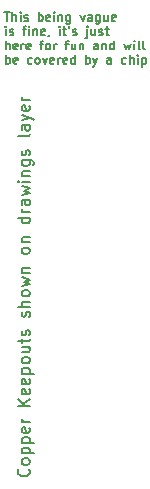
<source format=gbr>
%TF.GenerationSoftware,KiCad,Pcbnew,8.0.2*%
%TF.CreationDate,2024-05-01T01:53:47-07:00*%
%TF.ProjectId,DRIVER,44524956-4552-42e6-9b69-6361645f7063,rev?*%
%TF.SameCoordinates,Original*%
%TF.FileFunction,Other,Comment*%
%FSLAX46Y46*%
G04 Gerber Fmt 4.6, Leading zero omitted, Abs format (unit mm)*
G04 Created by KiCad (PCBNEW 8.0.2) date 2024-05-01 01:53:47*
%MOMM*%
%LPD*%
G01*
G04 APERTURE LIST*
%ADD10C,0.150000*%
G04 APERTURE END LIST*
D10*
X72737912Y-119962640D02*
X73166484Y-119962640D01*
X72952198Y-120712640D02*
X72952198Y-119962640D01*
X73416484Y-120712640D02*
X73416484Y-119962640D01*
X73737913Y-120712640D02*
X73737913Y-120319783D01*
X73737913Y-120319783D02*
X73702198Y-120248354D01*
X73702198Y-120248354D02*
X73630770Y-120212640D01*
X73630770Y-120212640D02*
X73523627Y-120212640D01*
X73523627Y-120212640D02*
X73452198Y-120248354D01*
X73452198Y-120248354D02*
X73416484Y-120284068D01*
X74095055Y-120712640D02*
X74095055Y-120212640D01*
X74095055Y-119962640D02*
X74059341Y-119998354D01*
X74059341Y-119998354D02*
X74095055Y-120034068D01*
X74095055Y-120034068D02*
X74130769Y-119998354D01*
X74130769Y-119998354D02*
X74095055Y-119962640D01*
X74095055Y-119962640D02*
X74095055Y-120034068D01*
X74416484Y-120676926D02*
X74487912Y-120712640D01*
X74487912Y-120712640D02*
X74630769Y-120712640D01*
X74630769Y-120712640D02*
X74702198Y-120676926D01*
X74702198Y-120676926D02*
X74737912Y-120605497D01*
X74737912Y-120605497D02*
X74737912Y-120569783D01*
X74737912Y-120569783D02*
X74702198Y-120498354D01*
X74702198Y-120498354D02*
X74630769Y-120462640D01*
X74630769Y-120462640D02*
X74523627Y-120462640D01*
X74523627Y-120462640D02*
X74452198Y-120426926D01*
X74452198Y-120426926D02*
X74416484Y-120355497D01*
X74416484Y-120355497D02*
X74416484Y-120319783D01*
X74416484Y-120319783D02*
X74452198Y-120248354D01*
X74452198Y-120248354D02*
X74523627Y-120212640D01*
X74523627Y-120212640D02*
X74630769Y-120212640D01*
X74630769Y-120212640D02*
X74702198Y-120248354D01*
X75630770Y-120712640D02*
X75630770Y-119962640D01*
X75630770Y-120248354D02*
X75702199Y-120212640D01*
X75702199Y-120212640D02*
X75845056Y-120212640D01*
X75845056Y-120212640D02*
X75916484Y-120248354D01*
X75916484Y-120248354D02*
X75952199Y-120284068D01*
X75952199Y-120284068D02*
X75987913Y-120355497D01*
X75987913Y-120355497D02*
X75987913Y-120569783D01*
X75987913Y-120569783D02*
X75952199Y-120641211D01*
X75952199Y-120641211D02*
X75916484Y-120676926D01*
X75916484Y-120676926D02*
X75845056Y-120712640D01*
X75845056Y-120712640D02*
X75702199Y-120712640D01*
X75702199Y-120712640D02*
X75630770Y-120676926D01*
X76595055Y-120676926D02*
X76523627Y-120712640D01*
X76523627Y-120712640D02*
X76380770Y-120712640D01*
X76380770Y-120712640D02*
X76309341Y-120676926D01*
X76309341Y-120676926D02*
X76273627Y-120605497D01*
X76273627Y-120605497D02*
X76273627Y-120319783D01*
X76273627Y-120319783D02*
X76309341Y-120248354D01*
X76309341Y-120248354D02*
X76380770Y-120212640D01*
X76380770Y-120212640D02*
X76523627Y-120212640D01*
X76523627Y-120212640D02*
X76595055Y-120248354D01*
X76595055Y-120248354D02*
X76630770Y-120319783D01*
X76630770Y-120319783D02*
X76630770Y-120391211D01*
X76630770Y-120391211D02*
X76273627Y-120462640D01*
X76952198Y-120712640D02*
X76952198Y-120212640D01*
X76952198Y-119962640D02*
X76916484Y-119998354D01*
X76916484Y-119998354D02*
X76952198Y-120034068D01*
X76952198Y-120034068D02*
X76987912Y-119998354D01*
X76987912Y-119998354D02*
X76952198Y-119962640D01*
X76952198Y-119962640D02*
X76952198Y-120034068D01*
X77309341Y-120212640D02*
X77309341Y-120712640D01*
X77309341Y-120284068D02*
X77345055Y-120248354D01*
X77345055Y-120248354D02*
X77416484Y-120212640D01*
X77416484Y-120212640D02*
X77523627Y-120212640D01*
X77523627Y-120212640D02*
X77595055Y-120248354D01*
X77595055Y-120248354D02*
X77630770Y-120319783D01*
X77630770Y-120319783D02*
X77630770Y-120712640D01*
X78309341Y-120212640D02*
X78309341Y-120819783D01*
X78309341Y-120819783D02*
X78273626Y-120891211D01*
X78273626Y-120891211D02*
X78237912Y-120926926D01*
X78237912Y-120926926D02*
X78166483Y-120962640D01*
X78166483Y-120962640D02*
X78059341Y-120962640D01*
X78059341Y-120962640D02*
X77987912Y-120926926D01*
X78309341Y-120676926D02*
X78237912Y-120712640D01*
X78237912Y-120712640D02*
X78095055Y-120712640D01*
X78095055Y-120712640D02*
X78023626Y-120676926D01*
X78023626Y-120676926D02*
X77987912Y-120641211D01*
X77987912Y-120641211D02*
X77952198Y-120569783D01*
X77952198Y-120569783D02*
X77952198Y-120355497D01*
X77952198Y-120355497D02*
X77987912Y-120284068D01*
X77987912Y-120284068D02*
X78023626Y-120248354D01*
X78023626Y-120248354D02*
X78095055Y-120212640D01*
X78095055Y-120212640D02*
X78237912Y-120212640D01*
X78237912Y-120212640D02*
X78309341Y-120248354D01*
X79166483Y-120212640D02*
X79345055Y-120712640D01*
X79345055Y-120712640D02*
X79523626Y-120212640D01*
X80130770Y-120712640D02*
X80130770Y-120319783D01*
X80130770Y-120319783D02*
X80095055Y-120248354D01*
X80095055Y-120248354D02*
X80023627Y-120212640D01*
X80023627Y-120212640D02*
X79880770Y-120212640D01*
X79880770Y-120212640D02*
X79809341Y-120248354D01*
X80130770Y-120676926D02*
X80059341Y-120712640D01*
X80059341Y-120712640D02*
X79880770Y-120712640D01*
X79880770Y-120712640D02*
X79809341Y-120676926D01*
X79809341Y-120676926D02*
X79773627Y-120605497D01*
X79773627Y-120605497D02*
X79773627Y-120534068D01*
X79773627Y-120534068D02*
X79809341Y-120462640D01*
X79809341Y-120462640D02*
X79880770Y-120426926D01*
X79880770Y-120426926D02*
X80059341Y-120426926D01*
X80059341Y-120426926D02*
X80130770Y-120391211D01*
X80809341Y-120212640D02*
X80809341Y-120819783D01*
X80809341Y-120819783D02*
X80773626Y-120891211D01*
X80773626Y-120891211D02*
X80737912Y-120926926D01*
X80737912Y-120926926D02*
X80666483Y-120962640D01*
X80666483Y-120962640D02*
X80559341Y-120962640D01*
X80559341Y-120962640D02*
X80487912Y-120926926D01*
X80809341Y-120676926D02*
X80737912Y-120712640D01*
X80737912Y-120712640D02*
X80595055Y-120712640D01*
X80595055Y-120712640D02*
X80523626Y-120676926D01*
X80523626Y-120676926D02*
X80487912Y-120641211D01*
X80487912Y-120641211D02*
X80452198Y-120569783D01*
X80452198Y-120569783D02*
X80452198Y-120355497D01*
X80452198Y-120355497D02*
X80487912Y-120284068D01*
X80487912Y-120284068D02*
X80523626Y-120248354D01*
X80523626Y-120248354D02*
X80595055Y-120212640D01*
X80595055Y-120212640D02*
X80737912Y-120212640D01*
X80737912Y-120212640D02*
X80809341Y-120248354D01*
X81487912Y-120212640D02*
X81487912Y-120712640D01*
X81166483Y-120212640D02*
X81166483Y-120605497D01*
X81166483Y-120605497D02*
X81202197Y-120676926D01*
X81202197Y-120676926D02*
X81273626Y-120712640D01*
X81273626Y-120712640D02*
X81380769Y-120712640D01*
X81380769Y-120712640D02*
X81452197Y-120676926D01*
X81452197Y-120676926D02*
X81487912Y-120641211D01*
X82130768Y-120676926D02*
X82059340Y-120712640D01*
X82059340Y-120712640D02*
X81916483Y-120712640D01*
X81916483Y-120712640D02*
X81845054Y-120676926D01*
X81845054Y-120676926D02*
X81809340Y-120605497D01*
X81809340Y-120605497D02*
X81809340Y-120319783D01*
X81809340Y-120319783D02*
X81845054Y-120248354D01*
X81845054Y-120248354D02*
X81916483Y-120212640D01*
X81916483Y-120212640D02*
X82059340Y-120212640D01*
X82059340Y-120212640D02*
X82130768Y-120248354D01*
X82130768Y-120248354D02*
X82166483Y-120319783D01*
X82166483Y-120319783D02*
X82166483Y-120391211D01*
X82166483Y-120391211D02*
X81809340Y-120462640D01*
X72845055Y-121920098D02*
X72845055Y-121420098D01*
X72845055Y-121170098D02*
X72809341Y-121205812D01*
X72809341Y-121205812D02*
X72845055Y-121241526D01*
X72845055Y-121241526D02*
X72880769Y-121205812D01*
X72880769Y-121205812D02*
X72845055Y-121170098D01*
X72845055Y-121170098D02*
X72845055Y-121241526D01*
X73166484Y-121884384D02*
X73237912Y-121920098D01*
X73237912Y-121920098D02*
X73380769Y-121920098D01*
X73380769Y-121920098D02*
X73452198Y-121884384D01*
X73452198Y-121884384D02*
X73487912Y-121812955D01*
X73487912Y-121812955D02*
X73487912Y-121777241D01*
X73487912Y-121777241D02*
X73452198Y-121705812D01*
X73452198Y-121705812D02*
X73380769Y-121670098D01*
X73380769Y-121670098D02*
X73273627Y-121670098D01*
X73273627Y-121670098D02*
X73202198Y-121634384D01*
X73202198Y-121634384D02*
X73166484Y-121562955D01*
X73166484Y-121562955D02*
X73166484Y-121527241D01*
X73166484Y-121527241D02*
X73202198Y-121455812D01*
X73202198Y-121455812D02*
X73273627Y-121420098D01*
X73273627Y-121420098D02*
X73380769Y-121420098D01*
X73380769Y-121420098D02*
X73452198Y-121455812D01*
X74273627Y-121420098D02*
X74559341Y-121420098D01*
X74380770Y-121920098D02*
X74380770Y-121277241D01*
X74380770Y-121277241D02*
X74416484Y-121205812D01*
X74416484Y-121205812D02*
X74487913Y-121170098D01*
X74487913Y-121170098D02*
X74559341Y-121170098D01*
X74809341Y-121920098D02*
X74809341Y-121420098D01*
X74809341Y-121170098D02*
X74773627Y-121205812D01*
X74773627Y-121205812D02*
X74809341Y-121241526D01*
X74809341Y-121241526D02*
X74845055Y-121205812D01*
X74845055Y-121205812D02*
X74809341Y-121170098D01*
X74809341Y-121170098D02*
X74809341Y-121241526D01*
X75166484Y-121420098D02*
X75166484Y-121920098D01*
X75166484Y-121491526D02*
X75202198Y-121455812D01*
X75202198Y-121455812D02*
X75273627Y-121420098D01*
X75273627Y-121420098D02*
X75380770Y-121420098D01*
X75380770Y-121420098D02*
X75452198Y-121455812D01*
X75452198Y-121455812D02*
X75487913Y-121527241D01*
X75487913Y-121527241D02*
X75487913Y-121920098D01*
X76130769Y-121884384D02*
X76059341Y-121920098D01*
X76059341Y-121920098D02*
X75916484Y-121920098D01*
X75916484Y-121920098D02*
X75845055Y-121884384D01*
X75845055Y-121884384D02*
X75809341Y-121812955D01*
X75809341Y-121812955D02*
X75809341Y-121527241D01*
X75809341Y-121527241D02*
X75845055Y-121455812D01*
X75845055Y-121455812D02*
X75916484Y-121420098D01*
X75916484Y-121420098D02*
X76059341Y-121420098D01*
X76059341Y-121420098D02*
X76130769Y-121455812D01*
X76130769Y-121455812D02*
X76166484Y-121527241D01*
X76166484Y-121527241D02*
X76166484Y-121598669D01*
X76166484Y-121598669D02*
X75809341Y-121670098D01*
X76523626Y-121884384D02*
X76523626Y-121920098D01*
X76523626Y-121920098D02*
X76487912Y-121991526D01*
X76487912Y-121991526D02*
X76452198Y-122027241D01*
X77416484Y-121920098D02*
X77416484Y-121420098D01*
X77416484Y-121170098D02*
X77380770Y-121205812D01*
X77380770Y-121205812D02*
X77416484Y-121241526D01*
X77416484Y-121241526D02*
X77452198Y-121205812D01*
X77452198Y-121205812D02*
X77416484Y-121170098D01*
X77416484Y-121170098D02*
X77416484Y-121241526D01*
X77666484Y-121420098D02*
X77952198Y-121420098D01*
X77773627Y-121170098D02*
X77773627Y-121812955D01*
X77773627Y-121812955D02*
X77809341Y-121884384D01*
X77809341Y-121884384D02*
X77880770Y-121920098D01*
X77880770Y-121920098D02*
X77952198Y-121920098D01*
X78237912Y-121170098D02*
X78166484Y-121312955D01*
X78523627Y-121884384D02*
X78595055Y-121920098D01*
X78595055Y-121920098D02*
X78737912Y-121920098D01*
X78737912Y-121920098D02*
X78809341Y-121884384D01*
X78809341Y-121884384D02*
X78845055Y-121812955D01*
X78845055Y-121812955D02*
X78845055Y-121777241D01*
X78845055Y-121777241D02*
X78809341Y-121705812D01*
X78809341Y-121705812D02*
X78737912Y-121670098D01*
X78737912Y-121670098D02*
X78630770Y-121670098D01*
X78630770Y-121670098D02*
X78559341Y-121634384D01*
X78559341Y-121634384D02*
X78523627Y-121562955D01*
X78523627Y-121562955D02*
X78523627Y-121527241D01*
X78523627Y-121527241D02*
X78559341Y-121455812D01*
X78559341Y-121455812D02*
X78630770Y-121420098D01*
X78630770Y-121420098D02*
X78737912Y-121420098D01*
X78737912Y-121420098D02*
X78809341Y-121455812D01*
X79737913Y-121420098D02*
X79737913Y-122062955D01*
X79737913Y-122062955D02*
X79702199Y-122134384D01*
X79702199Y-122134384D02*
X79630770Y-122170098D01*
X79630770Y-122170098D02*
X79595056Y-122170098D01*
X79737913Y-121170098D02*
X79702199Y-121205812D01*
X79702199Y-121205812D02*
X79737913Y-121241526D01*
X79737913Y-121241526D02*
X79773627Y-121205812D01*
X79773627Y-121205812D02*
X79737913Y-121170098D01*
X79737913Y-121170098D02*
X79737913Y-121241526D01*
X80416485Y-121420098D02*
X80416485Y-121920098D01*
X80095056Y-121420098D02*
X80095056Y-121812955D01*
X80095056Y-121812955D02*
X80130770Y-121884384D01*
X80130770Y-121884384D02*
X80202199Y-121920098D01*
X80202199Y-121920098D02*
X80309342Y-121920098D01*
X80309342Y-121920098D02*
X80380770Y-121884384D01*
X80380770Y-121884384D02*
X80416485Y-121848669D01*
X80737913Y-121884384D02*
X80809341Y-121920098D01*
X80809341Y-121920098D02*
X80952198Y-121920098D01*
X80952198Y-121920098D02*
X81023627Y-121884384D01*
X81023627Y-121884384D02*
X81059341Y-121812955D01*
X81059341Y-121812955D02*
X81059341Y-121777241D01*
X81059341Y-121777241D02*
X81023627Y-121705812D01*
X81023627Y-121705812D02*
X80952198Y-121670098D01*
X80952198Y-121670098D02*
X80845056Y-121670098D01*
X80845056Y-121670098D02*
X80773627Y-121634384D01*
X80773627Y-121634384D02*
X80737913Y-121562955D01*
X80737913Y-121562955D02*
X80737913Y-121527241D01*
X80737913Y-121527241D02*
X80773627Y-121455812D01*
X80773627Y-121455812D02*
X80845056Y-121420098D01*
X80845056Y-121420098D02*
X80952198Y-121420098D01*
X80952198Y-121420098D02*
X81023627Y-121455812D01*
X81273627Y-121420098D02*
X81559341Y-121420098D01*
X81380770Y-121170098D02*
X81380770Y-121812955D01*
X81380770Y-121812955D02*
X81416484Y-121884384D01*
X81416484Y-121884384D02*
X81487913Y-121920098D01*
X81487913Y-121920098D02*
X81559341Y-121920098D01*
X72845055Y-123127556D02*
X72845055Y-122377556D01*
X73166484Y-123127556D02*
X73166484Y-122734699D01*
X73166484Y-122734699D02*
X73130769Y-122663270D01*
X73130769Y-122663270D02*
X73059341Y-122627556D01*
X73059341Y-122627556D02*
X72952198Y-122627556D01*
X72952198Y-122627556D02*
X72880769Y-122663270D01*
X72880769Y-122663270D02*
X72845055Y-122698984D01*
X73809340Y-123091842D02*
X73737912Y-123127556D01*
X73737912Y-123127556D02*
X73595055Y-123127556D01*
X73595055Y-123127556D02*
X73523626Y-123091842D01*
X73523626Y-123091842D02*
X73487912Y-123020413D01*
X73487912Y-123020413D02*
X73487912Y-122734699D01*
X73487912Y-122734699D02*
X73523626Y-122663270D01*
X73523626Y-122663270D02*
X73595055Y-122627556D01*
X73595055Y-122627556D02*
X73737912Y-122627556D01*
X73737912Y-122627556D02*
X73809340Y-122663270D01*
X73809340Y-122663270D02*
X73845055Y-122734699D01*
X73845055Y-122734699D02*
X73845055Y-122806127D01*
X73845055Y-122806127D02*
X73487912Y-122877556D01*
X74166483Y-123127556D02*
X74166483Y-122627556D01*
X74166483Y-122770413D02*
X74202197Y-122698984D01*
X74202197Y-122698984D02*
X74237912Y-122663270D01*
X74237912Y-122663270D02*
X74309340Y-122627556D01*
X74309340Y-122627556D02*
X74380769Y-122627556D01*
X74916483Y-123091842D02*
X74845055Y-123127556D01*
X74845055Y-123127556D02*
X74702198Y-123127556D01*
X74702198Y-123127556D02*
X74630769Y-123091842D01*
X74630769Y-123091842D02*
X74595055Y-123020413D01*
X74595055Y-123020413D02*
X74595055Y-122734699D01*
X74595055Y-122734699D02*
X74630769Y-122663270D01*
X74630769Y-122663270D02*
X74702198Y-122627556D01*
X74702198Y-122627556D02*
X74845055Y-122627556D01*
X74845055Y-122627556D02*
X74916483Y-122663270D01*
X74916483Y-122663270D02*
X74952198Y-122734699D01*
X74952198Y-122734699D02*
X74952198Y-122806127D01*
X74952198Y-122806127D02*
X74595055Y-122877556D01*
X75737912Y-122627556D02*
X76023626Y-122627556D01*
X75845055Y-123127556D02*
X75845055Y-122484699D01*
X75845055Y-122484699D02*
X75880769Y-122413270D01*
X75880769Y-122413270D02*
X75952198Y-122377556D01*
X75952198Y-122377556D02*
X76023626Y-122377556D01*
X76380769Y-123127556D02*
X76309340Y-123091842D01*
X76309340Y-123091842D02*
X76273626Y-123056127D01*
X76273626Y-123056127D02*
X76237912Y-122984699D01*
X76237912Y-122984699D02*
X76237912Y-122770413D01*
X76237912Y-122770413D02*
X76273626Y-122698984D01*
X76273626Y-122698984D02*
X76309340Y-122663270D01*
X76309340Y-122663270D02*
X76380769Y-122627556D01*
X76380769Y-122627556D02*
X76487912Y-122627556D01*
X76487912Y-122627556D02*
X76559340Y-122663270D01*
X76559340Y-122663270D02*
X76595055Y-122698984D01*
X76595055Y-122698984D02*
X76630769Y-122770413D01*
X76630769Y-122770413D02*
X76630769Y-122984699D01*
X76630769Y-122984699D02*
X76595055Y-123056127D01*
X76595055Y-123056127D02*
X76559340Y-123091842D01*
X76559340Y-123091842D02*
X76487912Y-123127556D01*
X76487912Y-123127556D02*
X76380769Y-123127556D01*
X76952197Y-123127556D02*
X76952197Y-122627556D01*
X76952197Y-122770413D02*
X76987911Y-122698984D01*
X76987911Y-122698984D02*
X77023626Y-122663270D01*
X77023626Y-122663270D02*
X77095054Y-122627556D01*
X77095054Y-122627556D02*
X77166483Y-122627556D01*
X77880769Y-122627556D02*
X78166483Y-122627556D01*
X77987912Y-123127556D02*
X77987912Y-122484699D01*
X77987912Y-122484699D02*
X78023626Y-122413270D01*
X78023626Y-122413270D02*
X78095055Y-122377556D01*
X78095055Y-122377556D02*
X78166483Y-122377556D01*
X78737912Y-122627556D02*
X78737912Y-123127556D01*
X78416483Y-122627556D02*
X78416483Y-123020413D01*
X78416483Y-123020413D02*
X78452197Y-123091842D01*
X78452197Y-123091842D02*
X78523626Y-123127556D01*
X78523626Y-123127556D02*
X78630769Y-123127556D01*
X78630769Y-123127556D02*
X78702197Y-123091842D01*
X78702197Y-123091842D02*
X78737912Y-123056127D01*
X79095054Y-122627556D02*
X79095054Y-123127556D01*
X79095054Y-122698984D02*
X79130768Y-122663270D01*
X79130768Y-122663270D02*
X79202197Y-122627556D01*
X79202197Y-122627556D02*
X79309340Y-122627556D01*
X79309340Y-122627556D02*
X79380768Y-122663270D01*
X79380768Y-122663270D02*
X79416483Y-122734699D01*
X79416483Y-122734699D02*
X79416483Y-123127556D01*
X80666483Y-123127556D02*
X80666483Y-122734699D01*
X80666483Y-122734699D02*
X80630768Y-122663270D01*
X80630768Y-122663270D02*
X80559340Y-122627556D01*
X80559340Y-122627556D02*
X80416483Y-122627556D01*
X80416483Y-122627556D02*
X80345054Y-122663270D01*
X80666483Y-123091842D02*
X80595054Y-123127556D01*
X80595054Y-123127556D02*
X80416483Y-123127556D01*
X80416483Y-123127556D02*
X80345054Y-123091842D01*
X80345054Y-123091842D02*
X80309340Y-123020413D01*
X80309340Y-123020413D02*
X80309340Y-122948984D01*
X80309340Y-122948984D02*
X80345054Y-122877556D01*
X80345054Y-122877556D02*
X80416483Y-122841842D01*
X80416483Y-122841842D02*
X80595054Y-122841842D01*
X80595054Y-122841842D02*
X80666483Y-122806127D01*
X81023625Y-122627556D02*
X81023625Y-123127556D01*
X81023625Y-122698984D02*
X81059339Y-122663270D01*
X81059339Y-122663270D02*
X81130768Y-122627556D01*
X81130768Y-122627556D02*
X81237911Y-122627556D01*
X81237911Y-122627556D02*
X81309339Y-122663270D01*
X81309339Y-122663270D02*
X81345054Y-122734699D01*
X81345054Y-122734699D02*
X81345054Y-123127556D01*
X82023625Y-123127556D02*
X82023625Y-122377556D01*
X82023625Y-123091842D02*
X81952196Y-123127556D01*
X81952196Y-123127556D02*
X81809339Y-123127556D01*
X81809339Y-123127556D02*
X81737910Y-123091842D01*
X81737910Y-123091842D02*
X81702196Y-123056127D01*
X81702196Y-123056127D02*
X81666482Y-122984699D01*
X81666482Y-122984699D02*
X81666482Y-122770413D01*
X81666482Y-122770413D02*
X81702196Y-122698984D01*
X81702196Y-122698984D02*
X81737910Y-122663270D01*
X81737910Y-122663270D02*
X81809339Y-122627556D01*
X81809339Y-122627556D02*
X81952196Y-122627556D01*
X81952196Y-122627556D02*
X82023625Y-122663270D01*
X82880767Y-122627556D02*
X83023625Y-123127556D01*
X83023625Y-123127556D02*
X83166482Y-122770413D01*
X83166482Y-122770413D02*
X83309339Y-123127556D01*
X83309339Y-123127556D02*
X83452196Y-122627556D01*
X83737910Y-123127556D02*
X83737910Y-122627556D01*
X83737910Y-122377556D02*
X83702196Y-122413270D01*
X83702196Y-122413270D02*
X83737910Y-122448984D01*
X83737910Y-122448984D02*
X83773624Y-122413270D01*
X83773624Y-122413270D02*
X83737910Y-122377556D01*
X83737910Y-122377556D02*
X83737910Y-122448984D01*
X84202196Y-123127556D02*
X84130767Y-123091842D01*
X84130767Y-123091842D02*
X84095053Y-123020413D01*
X84095053Y-123020413D02*
X84095053Y-122377556D01*
X84595053Y-123127556D02*
X84523624Y-123091842D01*
X84523624Y-123091842D02*
X84487910Y-123020413D01*
X84487910Y-123020413D02*
X84487910Y-122377556D01*
X72845055Y-124335014D02*
X72845055Y-123585014D01*
X72845055Y-123870728D02*
X72916484Y-123835014D01*
X72916484Y-123835014D02*
X73059341Y-123835014D01*
X73059341Y-123835014D02*
X73130769Y-123870728D01*
X73130769Y-123870728D02*
X73166484Y-123906442D01*
X73166484Y-123906442D02*
X73202198Y-123977871D01*
X73202198Y-123977871D02*
X73202198Y-124192157D01*
X73202198Y-124192157D02*
X73166484Y-124263585D01*
X73166484Y-124263585D02*
X73130769Y-124299300D01*
X73130769Y-124299300D02*
X73059341Y-124335014D01*
X73059341Y-124335014D02*
X72916484Y-124335014D01*
X72916484Y-124335014D02*
X72845055Y-124299300D01*
X73809340Y-124299300D02*
X73737912Y-124335014D01*
X73737912Y-124335014D02*
X73595055Y-124335014D01*
X73595055Y-124335014D02*
X73523626Y-124299300D01*
X73523626Y-124299300D02*
X73487912Y-124227871D01*
X73487912Y-124227871D02*
X73487912Y-123942157D01*
X73487912Y-123942157D02*
X73523626Y-123870728D01*
X73523626Y-123870728D02*
X73595055Y-123835014D01*
X73595055Y-123835014D02*
X73737912Y-123835014D01*
X73737912Y-123835014D02*
X73809340Y-123870728D01*
X73809340Y-123870728D02*
X73845055Y-123942157D01*
X73845055Y-123942157D02*
X73845055Y-124013585D01*
X73845055Y-124013585D02*
X73487912Y-124085014D01*
X75059341Y-124299300D02*
X74987912Y-124335014D01*
X74987912Y-124335014D02*
X74845055Y-124335014D01*
X74845055Y-124335014D02*
X74773626Y-124299300D01*
X74773626Y-124299300D02*
X74737912Y-124263585D01*
X74737912Y-124263585D02*
X74702198Y-124192157D01*
X74702198Y-124192157D02*
X74702198Y-123977871D01*
X74702198Y-123977871D02*
X74737912Y-123906442D01*
X74737912Y-123906442D02*
X74773626Y-123870728D01*
X74773626Y-123870728D02*
X74845055Y-123835014D01*
X74845055Y-123835014D02*
X74987912Y-123835014D01*
X74987912Y-123835014D02*
X75059341Y-123870728D01*
X75487912Y-124335014D02*
X75416483Y-124299300D01*
X75416483Y-124299300D02*
X75380769Y-124263585D01*
X75380769Y-124263585D02*
X75345055Y-124192157D01*
X75345055Y-124192157D02*
X75345055Y-123977871D01*
X75345055Y-123977871D02*
X75380769Y-123906442D01*
X75380769Y-123906442D02*
X75416483Y-123870728D01*
X75416483Y-123870728D02*
X75487912Y-123835014D01*
X75487912Y-123835014D02*
X75595055Y-123835014D01*
X75595055Y-123835014D02*
X75666483Y-123870728D01*
X75666483Y-123870728D02*
X75702198Y-123906442D01*
X75702198Y-123906442D02*
X75737912Y-123977871D01*
X75737912Y-123977871D02*
X75737912Y-124192157D01*
X75737912Y-124192157D02*
X75702198Y-124263585D01*
X75702198Y-124263585D02*
X75666483Y-124299300D01*
X75666483Y-124299300D02*
X75595055Y-124335014D01*
X75595055Y-124335014D02*
X75487912Y-124335014D01*
X75987911Y-123835014D02*
X76166483Y-124335014D01*
X76166483Y-124335014D02*
X76345054Y-123835014D01*
X76916483Y-124299300D02*
X76845055Y-124335014D01*
X76845055Y-124335014D02*
X76702198Y-124335014D01*
X76702198Y-124335014D02*
X76630769Y-124299300D01*
X76630769Y-124299300D02*
X76595055Y-124227871D01*
X76595055Y-124227871D02*
X76595055Y-123942157D01*
X76595055Y-123942157D02*
X76630769Y-123870728D01*
X76630769Y-123870728D02*
X76702198Y-123835014D01*
X76702198Y-123835014D02*
X76845055Y-123835014D01*
X76845055Y-123835014D02*
X76916483Y-123870728D01*
X76916483Y-123870728D02*
X76952198Y-123942157D01*
X76952198Y-123942157D02*
X76952198Y-124013585D01*
X76952198Y-124013585D02*
X76595055Y-124085014D01*
X77273626Y-124335014D02*
X77273626Y-123835014D01*
X77273626Y-123977871D02*
X77309340Y-123906442D01*
X77309340Y-123906442D02*
X77345055Y-123870728D01*
X77345055Y-123870728D02*
X77416483Y-123835014D01*
X77416483Y-123835014D02*
X77487912Y-123835014D01*
X78023626Y-124299300D02*
X77952198Y-124335014D01*
X77952198Y-124335014D02*
X77809341Y-124335014D01*
X77809341Y-124335014D02*
X77737912Y-124299300D01*
X77737912Y-124299300D02*
X77702198Y-124227871D01*
X77702198Y-124227871D02*
X77702198Y-123942157D01*
X77702198Y-123942157D02*
X77737912Y-123870728D01*
X77737912Y-123870728D02*
X77809341Y-123835014D01*
X77809341Y-123835014D02*
X77952198Y-123835014D01*
X77952198Y-123835014D02*
X78023626Y-123870728D01*
X78023626Y-123870728D02*
X78059341Y-123942157D01*
X78059341Y-123942157D02*
X78059341Y-124013585D01*
X78059341Y-124013585D02*
X77702198Y-124085014D01*
X78702198Y-124335014D02*
X78702198Y-123585014D01*
X78702198Y-124299300D02*
X78630769Y-124335014D01*
X78630769Y-124335014D02*
X78487912Y-124335014D01*
X78487912Y-124335014D02*
X78416483Y-124299300D01*
X78416483Y-124299300D02*
X78380769Y-124263585D01*
X78380769Y-124263585D02*
X78345055Y-124192157D01*
X78345055Y-124192157D02*
X78345055Y-123977871D01*
X78345055Y-123977871D02*
X78380769Y-123906442D01*
X78380769Y-123906442D02*
X78416483Y-123870728D01*
X78416483Y-123870728D02*
X78487912Y-123835014D01*
X78487912Y-123835014D02*
X78630769Y-123835014D01*
X78630769Y-123835014D02*
X78702198Y-123870728D01*
X79630769Y-124335014D02*
X79630769Y-123585014D01*
X79630769Y-123870728D02*
X79702198Y-123835014D01*
X79702198Y-123835014D02*
X79845055Y-123835014D01*
X79845055Y-123835014D02*
X79916483Y-123870728D01*
X79916483Y-123870728D02*
X79952198Y-123906442D01*
X79952198Y-123906442D02*
X79987912Y-123977871D01*
X79987912Y-123977871D02*
X79987912Y-124192157D01*
X79987912Y-124192157D02*
X79952198Y-124263585D01*
X79952198Y-124263585D02*
X79916483Y-124299300D01*
X79916483Y-124299300D02*
X79845055Y-124335014D01*
X79845055Y-124335014D02*
X79702198Y-124335014D01*
X79702198Y-124335014D02*
X79630769Y-124299300D01*
X80237911Y-123835014D02*
X80416483Y-124335014D01*
X80595054Y-123835014D02*
X80416483Y-124335014D01*
X80416483Y-124335014D02*
X80345054Y-124513585D01*
X80345054Y-124513585D02*
X80309340Y-124549300D01*
X80309340Y-124549300D02*
X80237911Y-124585014D01*
X81773627Y-124335014D02*
X81773627Y-123942157D01*
X81773627Y-123942157D02*
X81737912Y-123870728D01*
X81737912Y-123870728D02*
X81666484Y-123835014D01*
X81666484Y-123835014D02*
X81523627Y-123835014D01*
X81523627Y-123835014D02*
X81452198Y-123870728D01*
X81773627Y-124299300D02*
X81702198Y-124335014D01*
X81702198Y-124335014D02*
X81523627Y-124335014D01*
X81523627Y-124335014D02*
X81452198Y-124299300D01*
X81452198Y-124299300D02*
X81416484Y-124227871D01*
X81416484Y-124227871D02*
X81416484Y-124156442D01*
X81416484Y-124156442D02*
X81452198Y-124085014D01*
X81452198Y-124085014D02*
X81523627Y-124049300D01*
X81523627Y-124049300D02*
X81702198Y-124049300D01*
X81702198Y-124049300D02*
X81773627Y-124013585D01*
X83023627Y-124299300D02*
X82952198Y-124335014D01*
X82952198Y-124335014D02*
X82809341Y-124335014D01*
X82809341Y-124335014D02*
X82737912Y-124299300D01*
X82737912Y-124299300D02*
X82702198Y-124263585D01*
X82702198Y-124263585D02*
X82666484Y-124192157D01*
X82666484Y-124192157D02*
X82666484Y-123977871D01*
X82666484Y-123977871D02*
X82702198Y-123906442D01*
X82702198Y-123906442D02*
X82737912Y-123870728D01*
X82737912Y-123870728D02*
X82809341Y-123835014D01*
X82809341Y-123835014D02*
X82952198Y-123835014D01*
X82952198Y-123835014D02*
X83023627Y-123870728D01*
X83345055Y-124335014D02*
X83345055Y-123585014D01*
X83666484Y-124335014D02*
X83666484Y-123942157D01*
X83666484Y-123942157D02*
X83630769Y-123870728D01*
X83630769Y-123870728D02*
X83559341Y-123835014D01*
X83559341Y-123835014D02*
X83452198Y-123835014D01*
X83452198Y-123835014D02*
X83380769Y-123870728D01*
X83380769Y-123870728D02*
X83345055Y-123906442D01*
X84023626Y-124335014D02*
X84023626Y-123835014D01*
X84023626Y-123585014D02*
X83987912Y-123620728D01*
X83987912Y-123620728D02*
X84023626Y-123656442D01*
X84023626Y-123656442D02*
X84059340Y-123620728D01*
X84059340Y-123620728D02*
X84023626Y-123585014D01*
X84023626Y-123585014D02*
X84023626Y-123656442D01*
X84380769Y-123835014D02*
X84380769Y-124585014D01*
X84380769Y-123870728D02*
X84452198Y-123835014D01*
X84452198Y-123835014D02*
X84595055Y-123835014D01*
X84595055Y-123835014D02*
X84666483Y-123870728D01*
X84666483Y-123870728D02*
X84702198Y-123906442D01*
X84702198Y-123906442D02*
X84737912Y-123977871D01*
X84737912Y-123977871D02*
X84737912Y-124192157D01*
X84737912Y-124192157D02*
X84702198Y-124263585D01*
X84702198Y-124263585D02*
X84666483Y-124299300D01*
X84666483Y-124299300D02*
X84595055Y-124335014D01*
X84595055Y-124335014D02*
X84452198Y-124335014D01*
X84452198Y-124335014D02*
X84380769Y-124299300D01*
X74781580Y-158660764D02*
X74829200Y-158708383D01*
X74829200Y-158708383D02*
X74876819Y-158851240D01*
X74876819Y-158851240D02*
X74876819Y-158946478D01*
X74876819Y-158946478D02*
X74829200Y-159089335D01*
X74829200Y-159089335D02*
X74733961Y-159184573D01*
X74733961Y-159184573D02*
X74638723Y-159232192D01*
X74638723Y-159232192D02*
X74448247Y-159279811D01*
X74448247Y-159279811D02*
X74305390Y-159279811D01*
X74305390Y-159279811D02*
X74114914Y-159232192D01*
X74114914Y-159232192D02*
X74019676Y-159184573D01*
X74019676Y-159184573D02*
X73924438Y-159089335D01*
X73924438Y-159089335D02*
X73876819Y-158946478D01*
X73876819Y-158946478D02*
X73876819Y-158851240D01*
X73876819Y-158851240D02*
X73924438Y-158708383D01*
X73924438Y-158708383D02*
X73972057Y-158660764D01*
X74876819Y-158089335D02*
X74829200Y-158184573D01*
X74829200Y-158184573D02*
X74781580Y-158232192D01*
X74781580Y-158232192D02*
X74686342Y-158279811D01*
X74686342Y-158279811D02*
X74400628Y-158279811D01*
X74400628Y-158279811D02*
X74305390Y-158232192D01*
X74305390Y-158232192D02*
X74257771Y-158184573D01*
X74257771Y-158184573D02*
X74210152Y-158089335D01*
X74210152Y-158089335D02*
X74210152Y-157946478D01*
X74210152Y-157946478D02*
X74257771Y-157851240D01*
X74257771Y-157851240D02*
X74305390Y-157803621D01*
X74305390Y-157803621D02*
X74400628Y-157756002D01*
X74400628Y-157756002D02*
X74686342Y-157756002D01*
X74686342Y-157756002D02*
X74781580Y-157803621D01*
X74781580Y-157803621D02*
X74829200Y-157851240D01*
X74829200Y-157851240D02*
X74876819Y-157946478D01*
X74876819Y-157946478D02*
X74876819Y-158089335D01*
X74210152Y-157327430D02*
X75210152Y-157327430D01*
X74257771Y-157327430D02*
X74210152Y-157232192D01*
X74210152Y-157232192D02*
X74210152Y-157041716D01*
X74210152Y-157041716D02*
X74257771Y-156946478D01*
X74257771Y-156946478D02*
X74305390Y-156898859D01*
X74305390Y-156898859D02*
X74400628Y-156851240D01*
X74400628Y-156851240D02*
X74686342Y-156851240D01*
X74686342Y-156851240D02*
X74781580Y-156898859D01*
X74781580Y-156898859D02*
X74829200Y-156946478D01*
X74829200Y-156946478D02*
X74876819Y-157041716D01*
X74876819Y-157041716D02*
X74876819Y-157232192D01*
X74876819Y-157232192D02*
X74829200Y-157327430D01*
X74210152Y-156422668D02*
X75210152Y-156422668D01*
X74257771Y-156422668D02*
X74210152Y-156327430D01*
X74210152Y-156327430D02*
X74210152Y-156136954D01*
X74210152Y-156136954D02*
X74257771Y-156041716D01*
X74257771Y-156041716D02*
X74305390Y-155994097D01*
X74305390Y-155994097D02*
X74400628Y-155946478D01*
X74400628Y-155946478D02*
X74686342Y-155946478D01*
X74686342Y-155946478D02*
X74781580Y-155994097D01*
X74781580Y-155994097D02*
X74829200Y-156041716D01*
X74829200Y-156041716D02*
X74876819Y-156136954D01*
X74876819Y-156136954D02*
X74876819Y-156327430D01*
X74876819Y-156327430D02*
X74829200Y-156422668D01*
X74829200Y-155136954D02*
X74876819Y-155232192D01*
X74876819Y-155232192D02*
X74876819Y-155422668D01*
X74876819Y-155422668D02*
X74829200Y-155517906D01*
X74829200Y-155517906D02*
X74733961Y-155565525D01*
X74733961Y-155565525D02*
X74353009Y-155565525D01*
X74353009Y-155565525D02*
X74257771Y-155517906D01*
X74257771Y-155517906D02*
X74210152Y-155422668D01*
X74210152Y-155422668D02*
X74210152Y-155232192D01*
X74210152Y-155232192D02*
X74257771Y-155136954D01*
X74257771Y-155136954D02*
X74353009Y-155089335D01*
X74353009Y-155089335D02*
X74448247Y-155089335D01*
X74448247Y-155089335D02*
X74543485Y-155565525D01*
X74876819Y-154660763D02*
X74210152Y-154660763D01*
X74400628Y-154660763D02*
X74305390Y-154613144D01*
X74305390Y-154613144D02*
X74257771Y-154565525D01*
X74257771Y-154565525D02*
X74210152Y-154470287D01*
X74210152Y-154470287D02*
X74210152Y-154375049D01*
X74876819Y-153279810D02*
X73876819Y-153279810D01*
X74876819Y-152708382D02*
X74305390Y-153136953D01*
X73876819Y-152708382D02*
X74448247Y-153279810D01*
X74829200Y-151898858D02*
X74876819Y-151994096D01*
X74876819Y-151994096D02*
X74876819Y-152184572D01*
X74876819Y-152184572D02*
X74829200Y-152279810D01*
X74829200Y-152279810D02*
X74733961Y-152327429D01*
X74733961Y-152327429D02*
X74353009Y-152327429D01*
X74353009Y-152327429D02*
X74257771Y-152279810D01*
X74257771Y-152279810D02*
X74210152Y-152184572D01*
X74210152Y-152184572D02*
X74210152Y-151994096D01*
X74210152Y-151994096D02*
X74257771Y-151898858D01*
X74257771Y-151898858D02*
X74353009Y-151851239D01*
X74353009Y-151851239D02*
X74448247Y-151851239D01*
X74448247Y-151851239D02*
X74543485Y-152327429D01*
X74829200Y-151041715D02*
X74876819Y-151136953D01*
X74876819Y-151136953D02*
X74876819Y-151327429D01*
X74876819Y-151327429D02*
X74829200Y-151422667D01*
X74829200Y-151422667D02*
X74733961Y-151470286D01*
X74733961Y-151470286D02*
X74353009Y-151470286D01*
X74353009Y-151470286D02*
X74257771Y-151422667D01*
X74257771Y-151422667D02*
X74210152Y-151327429D01*
X74210152Y-151327429D02*
X74210152Y-151136953D01*
X74210152Y-151136953D02*
X74257771Y-151041715D01*
X74257771Y-151041715D02*
X74353009Y-150994096D01*
X74353009Y-150994096D02*
X74448247Y-150994096D01*
X74448247Y-150994096D02*
X74543485Y-151470286D01*
X74210152Y-150565524D02*
X75210152Y-150565524D01*
X74257771Y-150565524D02*
X74210152Y-150470286D01*
X74210152Y-150470286D02*
X74210152Y-150279810D01*
X74210152Y-150279810D02*
X74257771Y-150184572D01*
X74257771Y-150184572D02*
X74305390Y-150136953D01*
X74305390Y-150136953D02*
X74400628Y-150089334D01*
X74400628Y-150089334D02*
X74686342Y-150089334D01*
X74686342Y-150089334D02*
X74781580Y-150136953D01*
X74781580Y-150136953D02*
X74829200Y-150184572D01*
X74829200Y-150184572D02*
X74876819Y-150279810D01*
X74876819Y-150279810D02*
X74876819Y-150470286D01*
X74876819Y-150470286D02*
X74829200Y-150565524D01*
X74876819Y-149517905D02*
X74829200Y-149613143D01*
X74829200Y-149613143D02*
X74781580Y-149660762D01*
X74781580Y-149660762D02*
X74686342Y-149708381D01*
X74686342Y-149708381D02*
X74400628Y-149708381D01*
X74400628Y-149708381D02*
X74305390Y-149660762D01*
X74305390Y-149660762D02*
X74257771Y-149613143D01*
X74257771Y-149613143D02*
X74210152Y-149517905D01*
X74210152Y-149517905D02*
X74210152Y-149375048D01*
X74210152Y-149375048D02*
X74257771Y-149279810D01*
X74257771Y-149279810D02*
X74305390Y-149232191D01*
X74305390Y-149232191D02*
X74400628Y-149184572D01*
X74400628Y-149184572D02*
X74686342Y-149184572D01*
X74686342Y-149184572D02*
X74781580Y-149232191D01*
X74781580Y-149232191D02*
X74829200Y-149279810D01*
X74829200Y-149279810D02*
X74876819Y-149375048D01*
X74876819Y-149375048D02*
X74876819Y-149517905D01*
X74210152Y-148327429D02*
X74876819Y-148327429D01*
X74210152Y-148756000D02*
X74733961Y-148756000D01*
X74733961Y-148756000D02*
X74829200Y-148708381D01*
X74829200Y-148708381D02*
X74876819Y-148613143D01*
X74876819Y-148613143D02*
X74876819Y-148470286D01*
X74876819Y-148470286D02*
X74829200Y-148375048D01*
X74829200Y-148375048D02*
X74781580Y-148327429D01*
X74210152Y-147994095D02*
X74210152Y-147613143D01*
X73876819Y-147851238D02*
X74733961Y-147851238D01*
X74733961Y-147851238D02*
X74829200Y-147803619D01*
X74829200Y-147803619D02*
X74876819Y-147708381D01*
X74876819Y-147708381D02*
X74876819Y-147613143D01*
X74829200Y-147327428D02*
X74876819Y-147232190D01*
X74876819Y-147232190D02*
X74876819Y-147041714D01*
X74876819Y-147041714D02*
X74829200Y-146946476D01*
X74829200Y-146946476D02*
X74733961Y-146898857D01*
X74733961Y-146898857D02*
X74686342Y-146898857D01*
X74686342Y-146898857D02*
X74591104Y-146946476D01*
X74591104Y-146946476D02*
X74543485Y-147041714D01*
X74543485Y-147041714D02*
X74543485Y-147184571D01*
X74543485Y-147184571D02*
X74495866Y-147279809D01*
X74495866Y-147279809D02*
X74400628Y-147327428D01*
X74400628Y-147327428D02*
X74353009Y-147327428D01*
X74353009Y-147327428D02*
X74257771Y-147279809D01*
X74257771Y-147279809D02*
X74210152Y-147184571D01*
X74210152Y-147184571D02*
X74210152Y-147041714D01*
X74210152Y-147041714D02*
X74257771Y-146946476D01*
X74829200Y-145755999D02*
X74876819Y-145660761D01*
X74876819Y-145660761D02*
X74876819Y-145470285D01*
X74876819Y-145470285D02*
X74829200Y-145375047D01*
X74829200Y-145375047D02*
X74733961Y-145327428D01*
X74733961Y-145327428D02*
X74686342Y-145327428D01*
X74686342Y-145327428D02*
X74591104Y-145375047D01*
X74591104Y-145375047D02*
X74543485Y-145470285D01*
X74543485Y-145470285D02*
X74543485Y-145613142D01*
X74543485Y-145613142D02*
X74495866Y-145708380D01*
X74495866Y-145708380D02*
X74400628Y-145755999D01*
X74400628Y-145755999D02*
X74353009Y-145755999D01*
X74353009Y-145755999D02*
X74257771Y-145708380D01*
X74257771Y-145708380D02*
X74210152Y-145613142D01*
X74210152Y-145613142D02*
X74210152Y-145470285D01*
X74210152Y-145470285D02*
X74257771Y-145375047D01*
X74876819Y-144898856D02*
X73876819Y-144898856D01*
X74876819Y-144470285D02*
X74353009Y-144470285D01*
X74353009Y-144470285D02*
X74257771Y-144517904D01*
X74257771Y-144517904D02*
X74210152Y-144613142D01*
X74210152Y-144613142D02*
X74210152Y-144755999D01*
X74210152Y-144755999D02*
X74257771Y-144851237D01*
X74257771Y-144851237D02*
X74305390Y-144898856D01*
X74876819Y-143851237D02*
X74829200Y-143946475D01*
X74829200Y-143946475D02*
X74781580Y-143994094D01*
X74781580Y-143994094D02*
X74686342Y-144041713D01*
X74686342Y-144041713D02*
X74400628Y-144041713D01*
X74400628Y-144041713D02*
X74305390Y-143994094D01*
X74305390Y-143994094D02*
X74257771Y-143946475D01*
X74257771Y-143946475D02*
X74210152Y-143851237D01*
X74210152Y-143851237D02*
X74210152Y-143708380D01*
X74210152Y-143708380D02*
X74257771Y-143613142D01*
X74257771Y-143613142D02*
X74305390Y-143565523D01*
X74305390Y-143565523D02*
X74400628Y-143517904D01*
X74400628Y-143517904D02*
X74686342Y-143517904D01*
X74686342Y-143517904D02*
X74781580Y-143565523D01*
X74781580Y-143565523D02*
X74829200Y-143613142D01*
X74829200Y-143613142D02*
X74876819Y-143708380D01*
X74876819Y-143708380D02*
X74876819Y-143851237D01*
X74210152Y-143184570D02*
X74876819Y-142994094D01*
X74876819Y-142994094D02*
X74400628Y-142803618D01*
X74400628Y-142803618D02*
X74876819Y-142613142D01*
X74876819Y-142613142D02*
X74210152Y-142422666D01*
X74210152Y-142041713D02*
X74876819Y-142041713D01*
X74305390Y-142041713D02*
X74257771Y-141994094D01*
X74257771Y-141994094D02*
X74210152Y-141898856D01*
X74210152Y-141898856D02*
X74210152Y-141755999D01*
X74210152Y-141755999D02*
X74257771Y-141660761D01*
X74257771Y-141660761D02*
X74353009Y-141613142D01*
X74353009Y-141613142D02*
X74876819Y-141613142D01*
X74876819Y-140232189D02*
X74829200Y-140327427D01*
X74829200Y-140327427D02*
X74781580Y-140375046D01*
X74781580Y-140375046D02*
X74686342Y-140422665D01*
X74686342Y-140422665D02*
X74400628Y-140422665D01*
X74400628Y-140422665D02*
X74305390Y-140375046D01*
X74305390Y-140375046D02*
X74257771Y-140327427D01*
X74257771Y-140327427D02*
X74210152Y-140232189D01*
X74210152Y-140232189D02*
X74210152Y-140089332D01*
X74210152Y-140089332D02*
X74257771Y-139994094D01*
X74257771Y-139994094D02*
X74305390Y-139946475D01*
X74305390Y-139946475D02*
X74400628Y-139898856D01*
X74400628Y-139898856D02*
X74686342Y-139898856D01*
X74686342Y-139898856D02*
X74781580Y-139946475D01*
X74781580Y-139946475D02*
X74829200Y-139994094D01*
X74829200Y-139994094D02*
X74876819Y-140089332D01*
X74876819Y-140089332D02*
X74876819Y-140232189D01*
X74210152Y-139470284D02*
X74876819Y-139470284D01*
X74305390Y-139470284D02*
X74257771Y-139422665D01*
X74257771Y-139422665D02*
X74210152Y-139327427D01*
X74210152Y-139327427D02*
X74210152Y-139184570D01*
X74210152Y-139184570D02*
X74257771Y-139089332D01*
X74257771Y-139089332D02*
X74353009Y-139041713D01*
X74353009Y-139041713D02*
X74876819Y-139041713D01*
X74876819Y-137375046D02*
X73876819Y-137375046D01*
X74829200Y-137375046D02*
X74876819Y-137470284D01*
X74876819Y-137470284D02*
X74876819Y-137660760D01*
X74876819Y-137660760D02*
X74829200Y-137755998D01*
X74829200Y-137755998D02*
X74781580Y-137803617D01*
X74781580Y-137803617D02*
X74686342Y-137851236D01*
X74686342Y-137851236D02*
X74400628Y-137851236D01*
X74400628Y-137851236D02*
X74305390Y-137803617D01*
X74305390Y-137803617D02*
X74257771Y-137755998D01*
X74257771Y-137755998D02*
X74210152Y-137660760D01*
X74210152Y-137660760D02*
X74210152Y-137470284D01*
X74210152Y-137470284D02*
X74257771Y-137375046D01*
X74876819Y-136898855D02*
X74210152Y-136898855D01*
X74400628Y-136898855D02*
X74305390Y-136851236D01*
X74305390Y-136851236D02*
X74257771Y-136803617D01*
X74257771Y-136803617D02*
X74210152Y-136708379D01*
X74210152Y-136708379D02*
X74210152Y-136613141D01*
X74876819Y-135851236D02*
X74353009Y-135851236D01*
X74353009Y-135851236D02*
X74257771Y-135898855D01*
X74257771Y-135898855D02*
X74210152Y-135994093D01*
X74210152Y-135994093D02*
X74210152Y-136184569D01*
X74210152Y-136184569D02*
X74257771Y-136279807D01*
X74829200Y-135851236D02*
X74876819Y-135946474D01*
X74876819Y-135946474D02*
X74876819Y-136184569D01*
X74876819Y-136184569D02*
X74829200Y-136279807D01*
X74829200Y-136279807D02*
X74733961Y-136327426D01*
X74733961Y-136327426D02*
X74638723Y-136327426D01*
X74638723Y-136327426D02*
X74543485Y-136279807D01*
X74543485Y-136279807D02*
X74495866Y-136184569D01*
X74495866Y-136184569D02*
X74495866Y-135946474D01*
X74495866Y-135946474D02*
X74448247Y-135851236D01*
X74210152Y-135470283D02*
X74876819Y-135279807D01*
X74876819Y-135279807D02*
X74400628Y-135089331D01*
X74400628Y-135089331D02*
X74876819Y-134898855D01*
X74876819Y-134898855D02*
X74210152Y-134708379D01*
X74876819Y-134327426D02*
X74210152Y-134327426D01*
X73876819Y-134327426D02*
X73924438Y-134375045D01*
X73924438Y-134375045D02*
X73972057Y-134327426D01*
X73972057Y-134327426D02*
X73924438Y-134279807D01*
X73924438Y-134279807D02*
X73876819Y-134327426D01*
X73876819Y-134327426D02*
X73972057Y-134327426D01*
X74210152Y-133851236D02*
X74876819Y-133851236D01*
X74305390Y-133851236D02*
X74257771Y-133803617D01*
X74257771Y-133803617D02*
X74210152Y-133708379D01*
X74210152Y-133708379D02*
X74210152Y-133565522D01*
X74210152Y-133565522D02*
X74257771Y-133470284D01*
X74257771Y-133470284D02*
X74353009Y-133422665D01*
X74353009Y-133422665D02*
X74876819Y-133422665D01*
X74210152Y-132517903D02*
X75019676Y-132517903D01*
X75019676Y-132517903D02*
X75114914Y-132565522D01*
X75114914Y-132565522D02*
X75162533Y-132613141D01*
X75162533Y-132613141D02*
X75210152Y-132708379D01*
X75210152Y-132708379D02*
X75210152Y-132851236D01*
X75210152Y-132851236D02*
X75162533Y-132946474D01*
X74829200Y-132517903D02*
X74876819Y-132613141D01*
X74876819Y-132613141D02*
X74876819Y-132803617D01*
X74876819Y-132803617D02*
X74829200Y-132898855D01*
X74829200Y-132898855D02*
X74781580Y-132946474D01*
X74781580Y-132946474D02*
X74686342Y-132994093D01*
X74686342Y-132994093D02*
X74400628Y-132994093D01*
X74400628Y-132994093D02*
X74305390Y-132946474D01*
X74305390Y-132946474D02*
X74257771Y-132898855D01*
X74257771Y-132898855D02*
X74210152Y-132803617D01*
X74210152Y-132803617D02*
X74210152Y-132613141D01*
X74210152Y-132613141D02*
X74257771Y-132517903D01*
X74829200Y-132089331D02*
X74876819Y-131994093D01*
X74876819Y-131994093D02*
X74876819Y-131803617D01*
X74876819Y-131803617D02*
X74829200Y-131708379D01*
X74829200Y-131708379D02*
X74733961Y-131660760D01*
X74733961Y-131660760D02*
X74686342Y-131660760D01*
X74686342Y-131660760D02*
X74591104Y-131708379D01*
X74591104Y-131708379D02*
X74543485Y-131803617D01*
X74543485Y-131803617D02*
X74543485Y-131946474D01*
X74543485Y-131946474D02*
X74495866Y-132041712D01*
X74495866Y-132041712D02*
X74400628Y-132089331D01*
X74400628Y-132089331D02*
X74353009Y-132089331D01*
X74353009Y-132089331D02*
X74257771Y-132041712D01*
X74257771Y-132041712D02*
X74210152Y-131946474D01*
X74210152Y-131946474D02*
X74210152Y-131803617D01*
X74210152Y-131803617D02*
X74257771Y-131708379D01*
X74876819Y-130327426D02*
X74829200Y-130422664D01*
X74829200Y-130422664D02*
X74733961Y-130470283D01*
X74733961Y-130470283D02*
X73876819Y-130470283D01*
X74876819Y-129517902D02*
X74353009Y-129517902D01*
X74353009Y-129517902D02*
X74257771Y-129565521D01*
X74257771Y-129565521D02*
X74210152Y-129660759D01*
X74210152Y-129660759D02*
X74210152Y-129851235D01*
X74210152Y-129851235D02*
X74257771Y-129946473D01*
X74829200Y-129517902D02*
X74876819Y-129613140D01*
X74876819Y-129613140D02*
X74876819Y-129851235D01*
X74876819Y-129851235D02*
X74829200Y-129946473D01*
X74829200Y-129946473D02*
X74733961Y-129994092D01*
X74733961Y-129994092D02*
X74638723Y-129994092D01*
X74638723Y-129994092D02*
X74543485Y-129946473D01*
X74543485Y-129946473D02*
X74495866Y-129851235D01*
X74495866Y-129851235D02*
X74495866Y-129613140D01*
X74495866Y-129613140D02*
X74448247Y-129517902D01*
X74210152Y-129136949D02*
X74876819Y-128898854D01*
X74210152Y-128660759D02*
X74876819Y-128898854D01*
X74876819Y-128898854D02*
X75114914Y-128994092D01*
X75114914Y-128994092D02*
X75162533Y-129041711D01*
X75162533Y-129041711D02*
X75210152Y-129136949D01*
X74829200Y-127898854D02*
X74876819Y-127994092D01*
X74876819Y-127994092D02*
X74876819Y-128184568D01*
X74876819Y-128184568D02*
X74829200Y-128279806D01*
X74829200Y-128279806D02*
X74733961Y-128327425D01*
X74733961Y-128327425D02*
X74353009Y-128327425D01*
X74353009Y-128327425D02*
X74257771Y-128279806D01*
X74257771Y-128279806D02*
X74210152Y-128184568D01*
X74210152Y-128184568D02*
X74210152Y-127994092D01*
X74210152Y-127994092D02*
X74257771Y-127898854D01*
X74257771Y-127898854D02*
X74353009Y-127851235D01*
X74353009Y-127851235D02*
X74448247Y-127851235D01*
X74448247Y-127851235D02*
X74543485Y-128327425D01*
X74876819Y-127422663D02*
X74210152Y-127422663D01*
X74400628Y-127422663D02*
X74305390Y-127375044D01*
X74305390Y-127375044D02*
X74257771Y-127327425D01*
X74257771Y-127327425D02*
X74210152Y-127232187D01*
X74210152Y-127232187D02*
X74210152Y-127136949D01*
M02*

</source>
